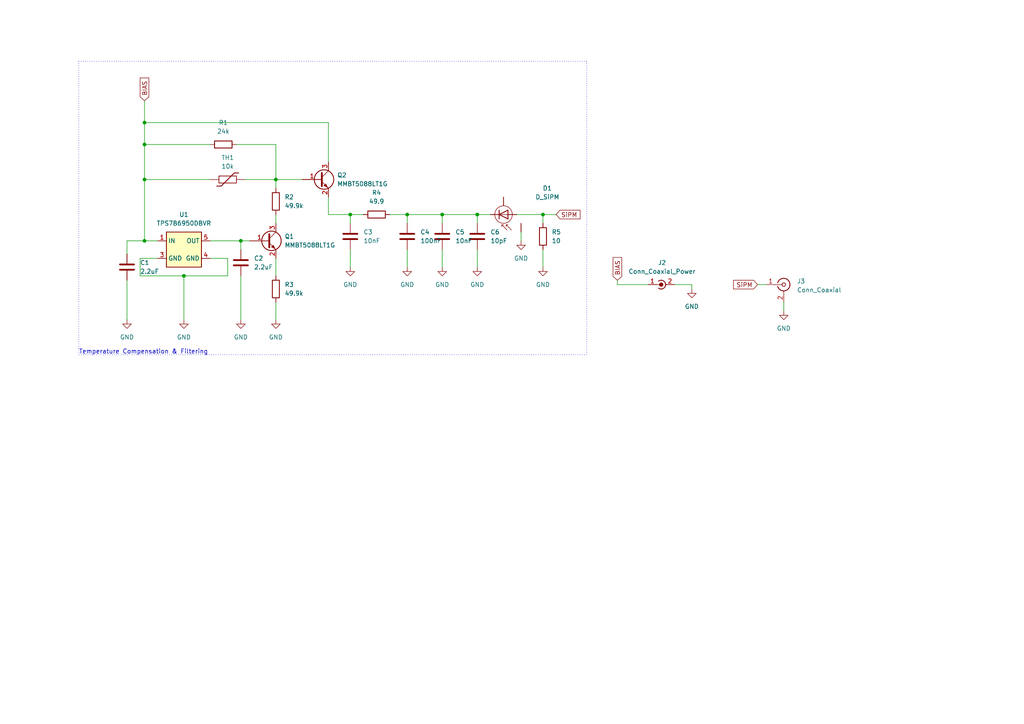
<source format=kicad_sch>
(kicad_sch (version 20230121) (generator eeschema)
  (paper "A4")
  (title_block (title "SiPM Board") (date "2023-08-28") (rev "2.0"))
  (lib_symbols
    (symbol "Connector:Conn_Coaxial" (pin_names (offset 1.016) hide)
      (property "Reference" "J" (at 0.254 3.048 0))
      (property "Value" "Conn_Coaxial" (at 2.921 0 90))
      (symbol "Conn_Coaxial_0_1"
        (arc (start -1.778 -0.508) (mid 0.2311 -1.8066) (end 1.778 0) (stroke (width 0.254)))
        (polyline (pts (xy -2.54 0) (xy -0.508 0)))
        (polyline (pts (xy 0 -2.54) (xy 0 -1.778)))
        (circle (center 0 0) (radius 0.508) (stroke (width 0.2032)))
        (arc (start 1.778 0) (mid 0.2099 1.8101) (end -1.778 0.508) (stroke (width 0.254)))
      )
      (symbol "Conn_Coaxial_1_1"
        (pin passive line (at -5.08 0 0) (length 2.54) (name "In") (number "1"))
        (pin passive line (at 0 -5.08 90) (length 2.54) (name "Ext") (number "2"))
      )
    )
    (symbol "Connector:Conn_Coaxial_Power" (pin_names (offset 1.016) hide)
      (property "Reference" "J" (at -5.08 -1.27 90))
      (property "Value" "Conn_Coaxial_Power" (at -3.175 -1.27 90))
      (symbol "Conn_Coaxial_Power_0_1"
        (arc (start -1.27 -1.27) (mid 0 -2.5345) (end 1.27 -1.27) (stroke (width 0.254)))
        (arc (start -1.016 -0.508) (mid -1.2048 -0.8684) (end -1.27 -1.27) (stroke (width 0.254)))
        (circle (center 0 -1.27) (radius 0.508) (stroke (width 0.2032)) (fill (type outline)))
        (polyline (pts (xy 0 -2.54) (xy 0 -3.048)))
        (polyline (pts (xy 0 0) (xy 0 -1.27)))
        (arc (start 1.27 -1.27) (mid 1.2048 -0.8684) (end 1.016 -0.508) (stroke (width 0.254)))
      )
      (symbol "Conn_Coaxial_Power_1_1"
        (pin passive line (at 0 2.54 270) (length 2.54) (name "In") (number "1"))
        (pin passive line (at 0 -5.08 90) (length 2.54) (name "Ext") (number "2"))
      )
    )
    (symbol "Device:C" (pin_numbers hide) (pin_names (offset 0.254))
      (property "Reference" "C" (at 0.635 2.54 0))
      (property "Value" "C" (at 0.635 -2.54 0))
      (symbol "C_0_1"
        (polyline (pts (xy -2.032 -0.762) (xy 2.032 -0.762)) (stroke (width 0.508)))
        (polyline (pts (xy -2.032 0.762) (xy 2.032 0.762)) (stroke (width 0.508)))
      )
      (symbol "C_1_1"
        (pin passive line (at 0 3.81 270) (length 2.794) (name "~") (number "1"))
        (pin passive line (at 0 -3.81 90) (length 2.794) (name "~") (number "2"))
      )
    )
    (symbol "Device:D_SiPM" (pin_numbers hide) (pin_names hide)
      (property "Reference" "D1" (at 12.7 7.62 0))
      (property "Value" "D_SiPM" (at 12.7 5.08 0))
      (symbol "D_SiPM_0_1"
        (polyline (pts (xy -1.27 0) (xy 1.27 0)))
        (polyline (pts (xy -1.27 1.27) (xy -1.27 -1.27)) (stroke (width 0.254)))
        (polyline (pts (xy -0.5139 -2.9542) (xy -0.0059 -2.9542)))
        (polyline (pts (xy 1.27 1.27) (xy 1.27 -1.27)) (stroke (width 0.254)))
        (polyline (pts (xy 1.0101 -4.4782) (xy -0.5139 -2.9542) (xy -0.5139 -3.4622)))
        (polyline (pts (xy 1.27 1.27) (xy -1.27 0) (xy 1.27 -1.27)) (stroke (width 0.254)))
        (polyline (pts (xy 2.2801 -4.4782) (xy 0.7561 -2.9542) (xy 0.7561 -3.4622) (xy 0.7561 -2.9542) (xy 1.2641 -2.9542)))
        (circle (center 0 0) (radius 2.54))
      )
      (symbol "D_SiPM_1_1"
        (pin passive line (at 3.81 0 180) (length 2.54) (name "A") (number "1"))
        (pin passive line (at 0 5.08 270) (length 2.54) (name "FO") (number "2"))
        (pin passive line (at -3.81 0 0) (length 2.54) (name "C") (number "3"))
        (pin passive line (at 5.08 -5.08 90) (length 2.54) (name "G") (number "4"))
      )
    )
    (symbol "Device:R" (pin_numbers hide) (pin_names (offset 0))
      (property "Reference" "R" (at 2.032 0 90))
      (property "Value" "R" (at 0 0 90))
      (symbol "R_0_1"
        (rectangle (start -1.016 -2.54) (end 1.016 2.54) (stroke (width 0.254)))
      )
      (symbol "R_1_1"
        (pin passive line (at 0 3.81 270) (length 1.27) (name "~") (number "1"))
        (pin passive line (at 0 -3.81 90) (length 1.27) (name "~") (number "2"))
      )
    )
    (symbol "Device:Thermistor" (pin_numbers hide) (pin_names (offset 0))
      (property "Reference" "TH" (at 2.54 1.27 90))
      (property "Value" "Thermistor" (at -2.54 0 90))
      (symbol "Thermistor_0_1"
        (rectangle (start -1.016 2.54) (end 1.016 -2.54) (stroke (width 0.2032)))
        (polyline (pts (xy -1.905 3.175) (xy -1.905 1.905) (xy 1.905 -1.905) (xy 1.905 -3.175) (xy 1.905 -3.175)) (stroke (width 0.254)))
      )
      (symbol "Thermistor_1_1"
        (pin passive line (at 0 5.08 270) (length 2.54) (name "~") (number "1"))
        (pin passive line (at 0 -5.08 90) (length 2.54) (name "~") (number "2"))
      )
    )
    (symbol "Regulator_Linear:TPS7A05285PDBV"
      (property "Reference" "U1" (at 0 10.16 0))
      (property "Value" "TPS7A05285PDBV" (at 0 7.62 0))
      (symbol "TPS7A05285PDBV_0_1"
        (rectangle (start -5.08 5.08) (end 5.08 -5.08) (stroke (width 0.254)) (fill (type background)))
        (pin power_in line (at -7.62 2.54 0) (length 2.54) (name "IN") (number "1"))
        (pin power_out line (at 7.62 2.54 180) (length 2.54) (name "OUT") (number "5"))
      )
      (symbol "TPS7A05285PDBV_1_1"
        (pin no_connect line (at -7.62 0 0) (length 2.54) hide (name "NC") (number "2"))
        (pin power_in line (at -7.62 -2.54 0) (length 2.54) (name "GND") (number "3"))
        (pin input line (at 7.62 -2.54 180) (length 2.54) (name "GND") (number "4"))
      )
    )
    (symbol "Transistor_BJT:MMBT3904" (pin_names (offset 0) hide)
      (property "Reference" "Q" (at 5.08 1.905 0))
      (property "Value" "MMBT3904" (at 5.08 0 0))
      (symbol "MMBT3904_0_1"
        (polyline (pts (xy 0.635 0.635) (xy 2.54 2.54)))
        (polyline (pts (xy 0.635 -0.635) (xy 2.54 -2.54) (xy 2.54 -2.54)))
        (polyline (pts (xy 0.635 1.905) (xy 0.635 -1.905) (xy 0.635 -1.905)) (stroke (width 0.508)))
        (polyline (pts (xy 1.27 -1.778) (xy 1.778 -1.27) (xy 2.286 -2.286) (xy 1.27 -1.778) (xy 1.27 -1.778)) (fill (type outline)))
        (circle (center 1.27 0) (radius 2.8194) (stroke (width 0.254)))
      )
      (symbol "MMBT3904_1_1"
        (pin input line (at -5.08 0 0) (length 5.715) (name "B") (number "1"))
        (pin passive line (at 2.54 -5.08 90) (length 2.54) (name "E") (number "2"))
        (pin passive line (at 2.54 5.08 270) (length 2.54) (name "C") (number "3"))
      )
    )
    (symbol "power:GND" (power) (pin_names (offset 0))
      (property "Value" "GND" (at 0 -3.81 0))
      (symbol "GND_0_1"
        (polyline (pts (xy 0 0) (xy 0 -1.27) (xy 1.27 -1.27) (xy 0 -2.54) (xy -1.27 -1.27) (xy 0 -1.27)))
      )
      (symbol "GND_1_1"
        (pin power_in line (at 0 0 270) (length 0) hide (name "GND") (number "1"))
      )
    )
  )
  (junction (at 41.91 41.91))
  (junction (at 128.27 62.23))
  (junction (at 41.91 69.85))
  (junction (at 41.91 52.07))
  (junction (at 41.91 35.56))
  (junction (at 69.85 69.85))
  (junction (at 138.43 62.23))
  (junction (at 157.48 62.23))
  (junction (at 80.01 52.07))
  (junction (at 101.6 62.23))
  (junction (at 118.11 62.23))
  (junction (at 53.34 80.01))
  (wire (pts (xy 227.33 87.63) (xy 227.33 90.17)))
  (wire (pts (xy 95.25 57.15) (xy 95.25 62.23)))
  (wire (pts (xy 138.43 62.23) (xy 138.43 64.77)))
  (wire (pts (xy 40.64 80.01) (xy 53.34 80.01)))
  (wire (pts (xy 101.6 62.23) (xy 101.6 64.77)))
  (wire (pts (xy 36.83 69.85) (xy 36.83 73.66)))
  (wire (pts (xy 113.03 62.23) (xy 118.11 62.23)))
  (wire (pts (xy 128.27 62.23) (xy 138.43 62.23)))
  (wire (pts (xy 45.72 69.85) (xy 41.91 69.85)))
  (wire (pts (xy 41.91 35.56) (xy 95.25 35.56)))
  (polyline (pts (xy 170.18 102.87) (xy 22.86 102.87)) (stroke (width 0) (type dot)))
  (wire (pts (xy 157.48 62.23) (xy 161.29 62.23)))
  (wire (pts (xy 157.48 62.23) (xy 157.48 64.77)))
  (wire (pts (xy 80.01 62.23) (xy 80.01 64.77)))
  (wire (pts (xy 151.13 67.31) (xy 151.13 69.85)))
  (wire (pts (xy 179.07 81.28) (xy 179.07 82.55)))
  (wire (pts (xy 118.11 62.23) (xy 118.11 64.77)))
  (wire (pts (xy 69.85 69.85) (xy 72.39 69.85)))
  (wire (pts (xy 71.12 52.07) (xy 80.01 52.07)))
  (wire (pts (xy 41.91 52.07) (xy 41.91 69.85)))
  (wire (pts (xy 138.43 72.39) (xy 138.43 77.47)))
  (wire (pts (xy 101.6 62.23) (xy 105.41 62.23)))
  (wire (pts (xy 80.01 41.91) (xy 80.01 52.07)))
  (wire (pts (xy 187.96 82.55) (xy 179.07 82.55)))
  (wire (pts (xy 128.27 62.23) (xy 128.27 64.77)))
  (wire (pts (xy 60.96 74.93) (xy 66.04 74.93)))
  (wire (pts (xy 41.91 52.07) (xy 60.96 52.07)))
  (wire (pts (xy 101.6 72.39) (xy 101.6 77.47)))
  (wire (pts (xy 66.04 80.01) (xy 66.04 74.93)))
  (wire (pts (xy 80.01 52.07) (xy 80.01 54.61)))
  (wire (pts (xy 195.58 82.55) (xy 200.66 82.55)))
  (wire (pts (xy 80.01 52.07) (xy 87.63 52.07)))
  (wire (pts (xy 95.25 62.23) (xy 101.6 62.23)))
  (wire (pts (xy 41.91 41.91) (xy 60.96 41.91)))
  (wire (pts (xy 41.91 35.56) (xy 41.91 41.91)))
  (wire (pts (xy 41.91 41.91) (xy 41.91 52.07)))
  (polyline (pts (xy 22.86 17.78) (xy 170.18 17.78)) (stroke (width 0) (type dot)))
  (wire (pts (xy 53.34 80.01) (xy 53.34 92.71)))
  (wire (pts (xy 149.86 62.23) (xy 157.48 62.23)))
  (wire (pts (xy 45.72 74.93) (xy 40.64 74.93)))
  (wire (pts (xy 41.91 29.21) (xy 41.91 35.56)))
  (wire (pts (xy 128.27 72.39) (xy 128.27 77.47)))
  (wire (pts (xy 200.66 82.55) (xy 200.66 83.82)))
  (polyline (pts (xy 22.86 17.78) (xy 22.86 102.87)) (stroke (width 0) (type dot)))
  (wire (pts (xy 80.01 87.63) (xy 80.01 92.71)))
  (wire (pts (xy 118.11 72.39) (xy 118.11 77.47)))
  (polyline (pts (xy 170.18 17.78) (xy 170.18 102.87)) (stroke (width 0) (type dot)))
  (wire (pts (xy 60.96 69.85) (xy 69.85 69.85)))
  (wire (pts (xy 138.43 62.23) (xy 142.24 62.23)))
  (wire (pts (xy 41.91 69.85) (xy 36.83 69.85)))
  (wire (pts (xy 118.11 62.23) (xy 128.27 62.23)))
  (wire (pts (xy 157.48 72.39) (xy 157.48 77.47)))
  (wire (pts (xy 53.34 80.01) (xy 66.04 80.01)))
  (wire (pts (xy 219.71 82.55) (xy 222.25 82.55)))
  (wire (pts (xy 36.83 81.28) (xy 36.83 92.71)))
  (wire (pts (xy 69.85 80.01) (xy 69.85 92.71)))
  (wire (pts (xy 68.58 41.91) (xy 80.01 41.91)))
  (wire (pts (xy 69.85 69.85) (xy 69.85 72.39)))
  (wire (pts (xy 80.01 74.93) (xy 80.01 80.01)))
  (wire (pts (xy 95.25 35.56) (xy 95.25 46.99)))
  (wire (pts (xy 40.64 74.93) (xy 40.64 80.01)))
  (text "Temperature Compensation & Filtering" (at 22.86 102.87 0) (effects (font (size 1.27 1.27)) (justify left bottom)))
  (global_label "SiPM" (shape input) (at 219.71 82.55 180) (property "Intersheetrefs" "${INTERSHEET_REFS}" (effects hide)))
  (global_label "BIAS" (shape input) (at 179.07 81.28 90) (property "Intersheetrefs" "${INTERSHEET_REFS}" (effects hide)))
  (global_label "BIAS" (shape input) (at 41.91 29.21 90) (property "Intersheetrefs" "${INTERSHEET_REFS}" (effects hide)))
  (global_label "SiPM" (shape input) (at 161.29 62.23 0) (property "Intersheetrefs" "${INTERSHEET_REFS}" (effects hide)))
  (symbol (lib_id "power:GND") (at 101.6 77.47 0) (unit 1)
    (property "Reference" "#PWR011" (effects hide))
    (property "Value" "GND" (at 101.6 82.55 0))
  )
  (symbol (lib_id "Device:R") (at 109.22 62.23 90) (unit 1)
    (property "Reference" "R4" (at 109.22 55.88 90))
    (property "Value" "49.9" (at 109.22 58.42 90))
    (property "Footprint" "Resistor_SMD:R_0603_1608Metric" (effects hide))
    (property "Datasheet" "https://www.vishay.com/doc?28773" (effects hide))
    (property "Description" "Thick Film Resistors - SMD 1/10Watt 49.9ohms 1%" (effects hide))
    (property "Manufacturer" "Vishay / Dale" (effects hide))
    (property "Price" "£0.15" (effects hide))
    (property "Purchase-URL" "https://www.mouser.co.uk/ProductDetail/Vishay-Dale/CRCW060349R9FKEAC?qs=E3Y5ESvWgWOn0QU03v9b8A%3D%3D" (effects hide))
  )
  (symbol (lib_id "Device:C") (at 138.43 68.58 0) (unit 1)
    (property "Reference" "C6" (at 142.24 67.31 0) (effects (justify left)))
    (property "Value" "10pF" (at 142.24 69.85 0) (effects (justify left)))
    (property "Footprint" "Capacitor_SMD:C_0603_1608Metric" (effects hide))
    (property "Datasheet" "https://www.mouser.co.uk/datasheet/2/585/MLCC-1837944.pdf" (effects hide))
    (property "Description" "Multilayer Ceramic Capacitors MLCC - SMD/SMT 10pF+/-5% 50V" (effects hide))
    (property "Manufacturer" "Samsung Electro-Mechanics" (effects hide))
    (property "Price" "£0.077" (effects hide))
    (property "Purchase-URL" "https://www.mouser.co.uk/ProductDetail/Samsung-Electro-Mechanics/CL10C100JB8NNNC?qs=349EhDEZ59oiQHnsqhYH%2Fg%3D%3D" (effects hide))
  )
  (symbol (lib_id "Device:Thermistor") (at 66.04 52.07 90) (unit 1)
    (property "Reference" "TH1" (at 66.04 45.72 90))
    (property "Value" "10k" (at 66.04 48.26 90))
    (property "Footprint" "Resistor_SMD:R_0603_1608Metric" (effects hide))
    (property "Datasheet" "https://www.vishay.com/doc?29056" (effects hide))
    (property "Description" "NTC (Negative Temperature Coefficient) Thermistors 10Kohms 1% SMD" (effects hide))
    (property "Manufacturer" "Vishay / BC Components" (effects hide))
    (property "Price" "£0.64" (effects hide))
    (property "Purchase-URL" "https://www.mouser.co.uk/ProductDetail/Vishay-BC-Components/NTCS0603E3103FLT?qs=%2FWiulJ9oly66lfIcr%252B1Bpw%3D%3D" (effects hide))
  )
  (symbol (lib_id "power:GND") (at 157.48 77.47 0) (unit 1)
    (property "Reference" "#PWR04" (effects hide))
    (property "Value" "GND" (at 157.48 82.55 0))
  )
  (symbol (lib_id "power:GND") (at 36.83 92.71 0) (unit 1)
    (property "Reference" "#PWR010" (effects hide))
    (property "Value" "GND" (at 36.83 97.79 0))
  )
  (symbol (lib_id "power:GND") (at 151.13 69.85 0) (unit 1)
    (property "Reference" "#PWR016" (effects hide))
    (property "Value" "GND" (at 151.13 74.93 0))
  )
  (symbol (lib_id "Device:C") (at 128.27 68.58 0) (unit 1)
    (property "Reference" "C5" (at 132.08 67.31 0) (effects (justify left)))
    (property "Value" "10nF" (at 132.08 69.85 0) (effects (justify left)))
    (property "Footprint" "Capacitor_SMD:C_0603_1608Metric" (effects hide))
    (property "Datasheet" "https://www.mouser.co.uk/datasheet/2/585/MLCC-1837944.pdf" (effects hide))
    (property "Description" "Multilayer Ceramic Capacitors MLCC - SMD/SMT 10nF+/-10% 50V X7R " (effects hide))
    (property "Manufacturer" "Samsung Electro-Mechanics" (effects hide))
    (property "Price" "£0.077" (effects hide))
    (property "Purchase-URL" "https://www.mouser.co.uk/ProductDetail/Samsung-Electro-Mechanics/CL10B103KB8NNWC?qs=CveC9HkIcgkJ5qjXRke38Q%3D%3D" (effects hide))
  )
  (symbol (lib_id "Device:D_SiPM") (at 146.05 62.23 0) (unit 1)
    (property "Reference" "D1" (at 158.75 54.61 0))
    (property "Value" "D_SiPM" (at 158.75 57.15 0))
    (property "Footprint" "OptoDevice:MICROFC-60035" (effects hide))
    (property "Datasheet" "https://www.mouser.co.uk/datasheet/2/308/1/MICROC_SERIES_D-2315622.pdf" (effects hide))
    (property "Description" "Photodiodes C-SERIES 6MM 35U MLP" (effects hide))
    (property "Manufacturer" "onsemi" (effects hide))
    (property "Price" "£26.94" (effects hide))
    (property "Purchase-URL" "https://www.mouser.co.uk/ProductDetail/onsemi/MICROFC-60035-SMT-TR?qs=byeeYqUIh0NL1tLUEc9yUw%3D%3D" (effects hide))
  )
  (symbol (lib_id "Device:C") (at 69.85 76.2 0) (unit 1)
    (property "Reference" "C2" (at 73.66 74.93 0) (effects (justify left)))
    (property "Value" "2.2uF" (at 73.66 77.47 0) (effects (justify left)))
    (property "Footprint" "Capacitor_SMD:C_0603_1608Metric" (effects hide))
    (property "Datasheet" "https://www.mouser.co.uk/datasheet/2/281/1/GRT188R61H225KE13_01A-3158579.pdf" (effects hide))
    (property "Description" "Multilayer Ceramic Capacitors MLCC - SMD/SMT 2.2uF+/-10% 50V X5R 0603" (effects hide))
    (property "Manufacturer" "Murata Electronics" (effects hide))
    (property "Price" "£0.51" (effects hide))
    (property "Purchase-URL" "https://www.mouser.co.uk/ProductDetail/Murata-Electronics/GRT188R61H225KE13D?qs=drgMNd%252BkGPOTrTm4FN7APg%3D%3D" (effects hide))
  )
  (symbol (lib_id "Regulator_Linear:TPS7A05285PDBV") (at 53.34 72.39 0) (unit 1)
    (property "Reference" "U1" (at 53.34 62.23 0))
    (property "Value" "TPS7B6950DBVR" (at 53.34 64.77 0))
    (property "Footprint" "Package_TO_SOT_SMD:SOT-23-5" (effects hide))
    (property "Datasheet" "https://www.ti.com/general/docs/suppproductinfo.tsp?distId=26&gotoUrl=https://www.ti.com/lit/gpn/tps7b69" (effects hide))
    (property "Description" "LDO Voltage Regulators 150-mA, 40-V, low-IQ, low-dropout voltage regulator 5-SOT-23 -40 to 105" (effects hide))
    (property "Manufacturer" "Texas Instruments" (effects hide))
    (property "Price" "£0.65" (effects hide))
    (property "Purchase-URL" "https://www.mouser.co.uk/ProductDetail/Texas-Instruments/TPS7B6950DBVR?qs=zEmsApcVOkVRJYEM7ClWhg%3D%3D" (effects hide))
  )
  (symbol (lib_id "power:GND") (at 118.11 77.47 0) (unit 1)
    (property "Reference" "#PWR012" (effects hide))
    (property "Value" "GND" (at 118.11 82.55 0))
  )
  (symbol (lib_id "Device:C") (at 36.83 77.47 0) (unit 1)
    (property "Reference" "C1" (at 40.64 76.2 0) (effects (justify left)))
    (property "Value" "2.2uF" (at 40.64 78.74 0) (effects (justify left)))
    (property "Footprint" "Capacitor_SMD:C_0603_1608Metric" (effects hide))
    (property "Datasheet" "https://www.mouser.co.uk/datasheet/2/281/1/GRT188R61H225KE13_01A-3158579.pdf" (effects hide))
    (property "Description" "Multilayer Ceramic Capacitors MLCC - SMD/SMT 2.2uF+/-10% 50V X5R 0603" (effects hide))
    (property "Manufacturer" "Murata Electronics" (effects hide))
    (property "Price" "£0.51" (effects hide))
    (property "Purchase-URL" "https://www.mouser.co.uk/ProductDetail/Murata-Electronics/GRT188R61H225KE13D?qs=drgMNd%252BkGPOTrTm4FN7APg%3D%3D" (effects hide))
  )
  (symbol (lib_id "Device:C") (at 101.6 68.58 0) (unit 1)
    (property "Reference" "C3" (at 105.41 67.31 0) (effects (justify left)))
    (property "Value" "10nF" (at 105.41 69.85 0) (effects (justify left)))
    (property "Footprint" "Capacitor_SMD:C_0603_1608Metric" (effects hide))
    (property "Datasheet" "https://www.mouser.co.uk/datasheet/2/585/MLCC-1837944.pdf" (effects hide))
    (property "Description" "Multilayer Ceramic Capacitors MLCC - SMD/SMT 10nF+/-10% 50V X7R " (effects hide))
    (property "Manufacturer" "Samsung Electro-Mechanics" (effects hide))
    (property "Price" "£0.077" (effects hide))
    (property "Purchase-URL" "https://www.mouser.co.uk/ProductDetail/Samsung-Electro-Mechanics/CL10B103KB8NNWC?qs=CveC9HkIcgkJ5qjXRke38Q%3D%3D" (effects hide))
  )
  (symbol (lib_id "power:GND") (at 128.27 77.47 0) (unit 1)
    (property "Reference" "#PWR013" (effects hide))
    (property "Value" "GND" (at 128.27 82.55 0))
  )
  (symbol (lib_id "Transistor_BJT:MMBT3904") (at 77.47 69.85 0) (unit 1)
    (property "Reference" "Q1" (at 82.55 68.58 0) (effects (justify left)))
    (property "Value" "MMBT5088LT1G" (at 82.55 71.12 0) (effects (justify left)))
    (property "Footprint" "Package_TO_SOT_SMD:SOT-23-3" (effects hide))
    (property "Datasheet" "https://www.mouser.co.uk/datasheet/2/308/1/MMBT5088LT1_D-2316353.pdf" (effects hide))
    (property "Description" "Bipolar Transistors - BJT 50mA 35V NPN" (effects hide))
    (property "Manufacturer" "onsemi" (effects hide))
    (property "Price" "£0.32" (effects hide))
    (property "Purchase-URL" "https://www.mouser.co.uk/ProductDetail/onsemi/MMBT5088LT1G?qs=HVbQlW5zcXW4Her9wnPvIg%3D%3D" (effects hide))
  )
  (symbol (lib_id "power:GND") (at 80.01 92.71 0) (unit 1)
    (property "Reference" "#PWR07" (effects hide))
    (property "Value" "GND" (at 80.01 97.79 0))
  )
  (symbol (lib_id "Device:R") (at 157.48 68.58 0) (unit 1)
    (property "Reference" "R5" (at 160.02 67.31 0) (effects (justify left)))
    (property "Value" "10" (at 160.02 69.85 0) (effects (justify left)))
    (property "Footprint" "Resistor_SMD:R_0603_1608Metric" (effects hide))
    (property "Datasheet" "https://www.vishay.com/doc?20035" (effects hide))
    (property "Description" "Thick Film Resistors - SMD 1/10watt 10ohms 1%" (effects hide))
    (property "Manufacturer" "Vishay / Dale" (effects hide))
    (property "Price" "£0.077" (effects hide))
    (property "Purchase-URL" "https://www.mouser.co.uk/ProductDetail/Vishay-Dale/CRCW060310R0FKEA?qs=wiO5jjUX9wsETsRLGnHNyA%3D%3D" (effects hide))
  )
  (symbol (lib_id "power:GND") (at 53.34 92.71 0) (unit 1)
    (property "Reference" "#PWR09" (effects hide))
    (property "Value" "GND" (at 53.34 97.79 0))
  )
  (symbol (lib_id "power:GND") (at 200.66 83.82 0) (unit 1)
    (property "Reference" "#PWR01" (effects hide))
    (property "Value" "GND" (at 200.66 88.9 0))
  )
  (symbol (lib_id "Device:C") (at 118.11 68.58 0) (unit 1)
    (property "Reference" "C4" (at 121.92 67.31 0) (effects (justify left)))
    (property "Value" "100nF" (at 121.92 69.85 0) (effects (justify left)))
    (property "Footprint" "Capacitor_SMD:C_0603_1608Metric" (effects hide))
    (property "Datasheet" "https://www.mouser.co.uk/datasheet/2/585/MLCC-1837944.pdf" (effects hide))
    (property "Description" "Multilayer Ceramic Capacitors MLCC - SMD/SMT 100nF+/-10% 50V X7R 0603" (effects hide))
    (property "Manufacturer" "Samsung Electro-Mechanics" (effects hide))
    (property "Price" "£0.23" (effects hide))
    (property "Purchase-URL" "https://www.mouser.co.uk/ProductDetail/Samsung-Electro-Mechanics/CL10B104KB8NNNC?qs=349EhDEZ59rvGc2rLwVOdA%3D%3D" (effects hide))
  )
  (symbol (lib_id "power:GND") (at 138.43 77.47 0) (unit 1)
    (property "Reference" "#PWR03" (effects hide))
    (property "Value" "GND" (at 138.43 82.55 0))
  )
  (symbol (lib_id "Device:R") (at 80.01 83.82 0) (unit 1)
    (property "Reference" "R3" (at 82.55 82.55 0) (effects (justify left)))
    (property "Value" "49.9k" (at 82.55 85.09 0) (effects (justify left)))
    (property "Footprint" "Resistor_SMD:R_0603_1608Metric" (effects hide))
    (property "Datasheet" "https://www.mouser.co.uk/datasheet/2/447/PYu_RT_1_to_0_01_RoHS_L_12-3003070.pdf" (effects hide))
    (property "Description" "Thin Film Resistors - SMD 1/10W 49.9K ohm .1%" (effects hide))
    (property "Manufacturer" "YAGEO" (effects hide))
    (property "Price" "£0.52" (effects hide))
    (property "Purchase-URL" "https://www.mouser.co.uk/ProductDetail/YAGEO/RT0603BRD0749K9L?qs=%2Ff7pOCXLR5f6ipgUI5aOHA%3D%3D" (effects hide))
  )
  (symbol (lib_id "Device:R") (at 64.77 41.91 90) (unit 1)
    (property "Reference" "R1" (at 64.77 35.56 90))
    (property "Value" "24k" (at 64.77 38.1 90))
    (property "Footprint" "Resistor_SMD:R_0603_1608Metric" (effects hide))
    (property "Datasheet" "https://www.mouser.co.uk/datasheet/2/447/PYu_RT_1_to_0_01_RoHS_L_12-3003070.pdf" (effects hide))
    (property "Description" "hin Film Resistors - SMD 1/10W 24K ohm 1% " (effects hide))
    (property "Manufacturer" "YAGEO" (effects hide))
    (property "Price" "£0.08" (effects hide))
    (property "Purchase-URL" "https://www.mouser.co.uk/ProductDetail/YAGEO/RT0603FRE0724KL?qs=7HlFk5kntH20KoIFOY1apw%3D%3D" (effects hide))
  )
  (symbol (lib_id "Connector:Conn_Coaxial_Power") (at 190.5 82.55 90) (unit 1)
    (property "Reference" "J2" (at 192.024 76.2 90))
    (property "Value" "Conn_Coaxial_Power" (at 192.024 78.74 90))
    (property "Footprint" "Connector_Coaxial:SMA_Amphenol_132134-14_Vertical" (effects hide))
    (property "Datasheet" "https://www.mouser.co.uk/datasheet/2/18/1/amphs06465_1-2259696.pdf" (effects hide))
    (property "Description" "Coaxial Connectors SMA" (effects hide))
    (property "Manufacturer" "Amphenol RF" (effects hide))
    (property "Price" "£4.74" (effects hide))
    (property "Purchase-URL" "https://www.mouser.co.uk/ProductDetail/Amphenol-RF/132134?qs=b8dDPpdgesvQEpS4IQp3aA%3D%3D&gclid=Cj0KCQjwi7GnBhDXARIsAFLvH4lBATUHEJ-A1lI_CtzIbZj8f2kCHCU9sMC5ht-itRUGHtAeb_x3OF8aAmPBEALw_wcB" (effects hide))
  )
  (symbol (lib_id "Transistor_BJT:MMBT3904") (at 92.71 52.07 0) (unit 1)
    (property "Reference" "Q2" (at 97.79 50.8 0) (effects (justify left)))
    (property "Value" "MMBT5088LT1G" (at 97.79 53.34 0) (effects (justify left)))
    (property "Footprint" "Package_TO_SOT_SMD:SOT-23-3" (effects hide))
    (property "Datasheet" "https://www.mouser.co.uk/datasheet/2/308/1/MMBT5088LT1_D-2316353.pdf" (effects hide))
    (property "Description" "Bipolar Transistors - BJT 50mA 35V NPN" (effects hide))
    (property "Manufacturer" "onsemi" (effects hide))
    (property "Price" "£0.32" (effects hide))
    (property "Purchase-URL" "https://www.mouser.co.uk/ProductDetail/onsemi/MMBT5088LT1G?qs=HVbQlW5zcXW4Her9wnPvIg%3D%3D" (effects hide))
  )
  (symbol (lib_id "power:GND") (at 69.85 92.71 0) (unit 1)
    (property "Reference" "#PWR08" (effects hide))
    (property "Value" "GND" (at 69.85 97.79 0))
  )
  (symbol (lib_id "Device:R") (at 80.01 58.42 0) (unit 1)
    (property "Reference" "R2" (at 82.55 57.15 0) (effects (justify left)))
    (property "Value" "49.9k" (at 82.55 59.69 0) (effects (justify left)))
    (property "Footprint" "Resistor_SMD:R_0603_1608Metric" (effects hide))
    (property "Datasheet" "https://www.mouser.co.uk/datasheet/2/447/PYu_RT_1_to_0_01_RoHS_L_12-3003070.pdf" (effects hide))
    (property "Description" "Thin Film Resistors - SMD 1/10W 49.9K ohm .1%" (effects hide))
    (property "Manufacturer" "YAGEO" (effects hide))
    (property "Price" "£0.52" (effects hide))
    (property "Purchase-URL" "https://www.mouser.co.uk/ProductDetail/YAGEO/RT0603BRD0749K9L?qs=%2Ff7pOCXLR5f6ipgUI5aOHA%3D%3D" (effects hide))
  )
  (symbol (lib_id "power:GND") (at 227.33 90.17 0) (unit 1)
    (property "Reference" "#PWR02" (effects hide))
    (property "Value" "GND" (at 227.33 95.25 0))
  )
  (symbol (lib_id "Connector:Conn_Coaxial") (at 227.33 82.55 0) (unit 1)
    (property "Reference" "J3" (at 231.14 81.5732 0) (effects (justify left)))
    (property "Value" "Conn_Coaxial" (at 231.14 84.1132 0) (effects (justify left)))
    (property "Footprint" "Connector_Coaxial:SMA_Amphenol_132134-14_Vertical" (effects hide))
    (property "Datasheet" "https://www.mouser.co.uk/datasheet/2/18/1/amphs06465_1-2259696.pdf" (effects hide))
    (property "Description" "Coaxial Connectors SMA" (effects hide))
    (property "Manufacturer" "Amphenol RF" (effects hide))
    (property "Price" "£4.74" (effects hide))
    (property "Purchase-URL" "https://www.mouser.co.uk/ProductDetail/Amphenol-RF/132134?qs=b8dDPpdgesvQEpS4IQp3aA%3D%3D&gclid=Cj0KCQjwi7GnBhDXARIsAFLvH4lBATUHEJ-A1lI_CtzIbZj8f2kCHCU9sMC5ht-itRUGHtAeb_x3OF8aAmPBEALw_wcB" (effects hide))
  )
)
</source>
